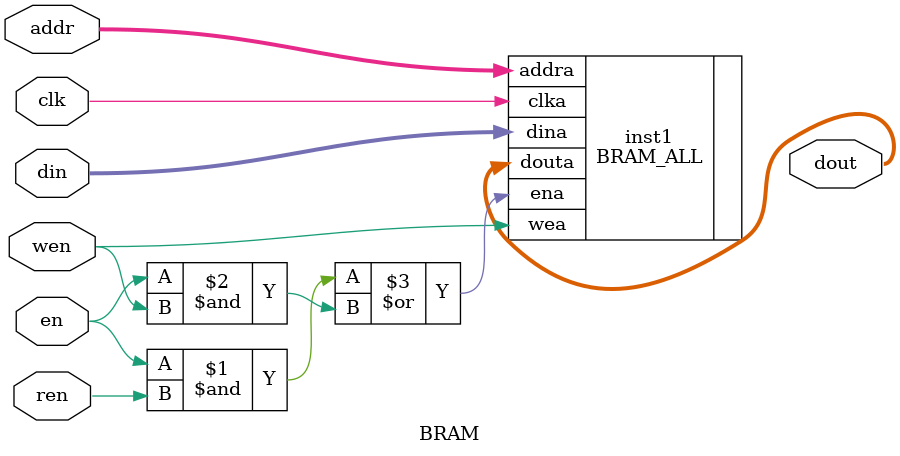
<source format=v>
`timescale 1ns / 1ps

module BRAM(clk, en, ren, wen, addr, din, dout);
input clk, en, wen, ren;
input [17:0] addr;
input [7:0] din;
output [7:0] dout;
    BRAM_ALL inst1(.clka(clk),.ena((en&ren)|(en&wen)),.wea(wen),.addra(addr),.dina(din),.douta(dout));
endmodule

</source>
